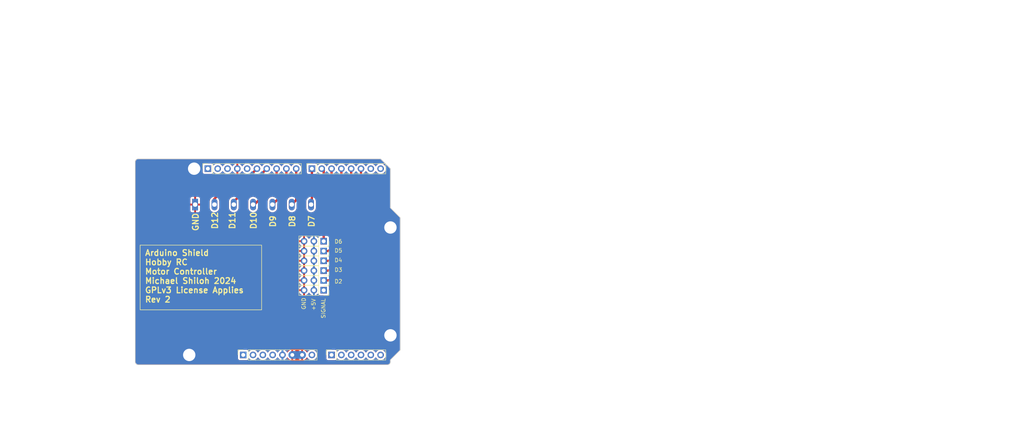
<source format=kicad_pcb>
(kicad_pcb (version 20240108) (generator "pcbnew") (generator_version "8.0")
  (title_block (date "mar. 31 mars 2015"))
  (layers (0 "F.Cu" signal) (31 "B.Cu" signal) (34 "B.Paste" user) (35 "F.Paste" user) (36 "B.SilkS" user "B.Silkscreen") (37 "F.SilkS" user "F.Silkscreen") (38 "B.Mask" user) (39 "F.Mask" user) (44 "Edge.Cuts" user))
  (net 0 "")
  (net 1 "GND")
  (net 2 "+5V")
  (net 3 "/IOREF")
  (net 4 "/SDA{slash}A4")
  (net 5 "/SCL{slash}A5")
  (net 6 "/AREF")
  (net 8 "/4")
  (net 9 "/2")
  (net 10 "/*6")
  (net 11 "/*5")
  (net 12 "/TX{slash}1")
  (net 13 "/*3")
  (net 14 "/RX{slash}0")
  (net 15 "+3V3")
  (net 16 "VCC")
  (net 17 "/~{RESET}")
  (net 21 "Net-(J4-Pin_1)")
  (net 25 "Net-(J2-Pin_6)")
  (net 26 "Net-(J2-Pin_7)")
  (net 27 "Net-(J2-Pin_8)")
  (net 28 "Net-(J2-Pin_9)")
  (net 29 "Net-(J2-Pin_10)")
  (footprint "Connector_PinSocket_2.54mm:PinSocket_1x08_P2.54mm_Vertical" (layer "F.Cu") (at 127.94 97.46 90)
    (property "Reference" "J1" (hide yes))
    (property "Value" "Power")
    (fp_line (start 1.33 -1.33) (end 1.33 0) (stroke (width 0.12)) (layer "F.SilkS"))
    (fp_line (start 0 -1.33) (end 1.33 -1.33) (stroke (width 0.12)) (layer "F.SilkS"))
    (fp_line (start 1.33 1.27) (end 1.33 19.11) (stroke (width 0.12)) (layer "F.SilkS"))
    (fp_line (start -1.33 1.27) (end 1.33 1.27) (stroke (width 0.12)) (layer "F.SilkS"))
    (fp_line (start -1.33 1.27) (end -1.33 19.11) (stroke (width 0.12)) (layer "F.SilkS"))
    (fp_line (start -1.33 19.11) (end 1.33 19.11) (stroke (width 0.12)) (layer "F.SilkS"))
    (pad "1" thru_hole rect (at 0 0 90) (size 1.7 1.7) (drill 1) (layers "*.Cu" "*.Mask"))
    (pad "2" thru_hole oval (at 0 2.54 90) (size 1.7 1.7) (drill 1) (layers "*.Cu" "*.Mask") (net 3 "/IOREF"))
    (pad "3" thru_hole oval (at 0 5.08 90) (size 1.7 1.7) (drill 1) (layers "*.Cu" "*.Mask") (net 17 "/~{RESET}"))
    (pad "4" thru_hole oval (at 0 7.62 90) (size 1.7 1.7) (drill 1) (layers "*.Cu" "*.Mask") (net 15 "+3V3"))
    (pad "5" thru_hole oval (at 0 10.16 90) (size 1.7 1.7) (drill 1) (layers "*.Cu" "*.Mask") (net 2 "+5V"))
    (pad "6" thru_hole oval (at 0 12.7 90) (size 1.7 1.7) (drill 1) (layers "*.Cu" "*.Mask") (net 1 "GND"))
    (pad "7" thru_hole oval (at 0 15.24 90) (size 1.7 1.7) (drill 1) (layers "*.Cu" "*.Mask") (net 1 "GND"))
    (pad "8" thru_hole oval (at 0 17.78 90) (size 1.7 1.7) (drill 1) (layers "*.Cu" "*.Mask") (net 16 "VCC"))
  )
  (footprint "Connector_PinSocket_2.54mm:PinSocket_1x06_P2.54mm_Vertical" (layer "F.Cu") (at 150.8 97.46 90)
    (property "Reference" "J3" (hide yes))
    (property "Value" "Analog")
    (fp_line (start 1.33 -1.33) (end 1.33 0) (stroke (width 0.12)) (layer "F.SilkS"))
    (fp_line (start 0 -1.33) (end 1.33 -1.33) (stroke (width 0.12)) (layer "F.SilkS"))
    (fp_line (start 1.33 1.27) (end 1.33 14.03) (stroke (width 0.12)) (layer "F.SilkS"))
    (fp_line (start -1.33 1.27) (end 1.33 1.27) (stroke (width 0.12)) (layer "F.SilkS"))
    (fp_line (start -1.33 1.27) (end -1.33 14.03) (stroke (width 0.12)) (layer "F.SilkS"))
    (fp_line (start -1.33 14.03) (end 1.33 14.03) (stroke (width 0.12)) (layer "F.SilkS"))
    (pad "1" thru_hole rect (at 0 0 90) (size 1.7 1.7) (drill 1) (layers "*.Cu" "*.Mask"))
    (pad "2" thru_hole oval (at 0 2.54 90) (size 1.7 1.7) (drill 1) (layers "*.Cu" "*.Mask"))
    (pad "3" thru_hole oval (at 0 5.08 90) (size 1.7 1.7) (drill 1) (layers "*.Cu" "*.Mask"))
    (pad "4" thru_hole oval (at 0 7.62 90) (size 1.7 1.7) (drill 1) (layers "*.Cu" "*.Mask"))
    (pad "5" thru_hole oval (at 0 10.16 90) (size 1.7 1.7) (drill 1) (layers "*.Cu" "*.Mask") (net 4 "/SDA{slash}A4"))
    (pad "6" thru_hole oval (at 0 12.7 90) (size 1.7 1.7) (drill 1) (layers "*.Cu" "*.Mask") (net 5 "/SCL{slash}A5"))
  )
  (footprint "Connector_PinSocket_2.54mm:PinSocket_1x10_P2.54mm_Vertical" (layer "F.Cu") (at 118.796 49.2 90)
    (property "Reference" "J2" (hide yes))
    (property "Value" "Digital/PWM")
    (fp_line (start 1.33 -1.33) (end 1.33 0) (stroke (width 0.12)) (layer "F.SilkS"))
    (fp_line (start 0 -1.33) (end 1.33 -1.33) (stroke (width 0.12)) (layer "F.SilkS"))
    (fp_line (start 1.33 1.27) (end 1.33 24.19) (stroke (width 0.12)) (layer "F.SilkS"))
    (fp_line (start -1.33 1.27) (end 1.33 1.27) (stroke (width 0.12)) (layer "F.SilkS"))
    (fp_line (start -1.33 1.27) (end -1.33 24.19) (stroke (width 0.12)) (layer "F.SilkS"))
    (fp_line (start -1.33 24.19) (end 1.33 24.19) (stroke (width 0.12)) (layer "F.SilkS"))
    (pad "1" thru_hole rect (at 0 0 90) (size 1.7 1.7) (drill 1) (layers "*.Cu" "*.Mask"))
    (pad "2" thru_hole oval (at 0 2.54 90) (size 1.7 1.7) (drill 1) (layers "*.Cu" "*.Mask"))
    (pad "3" thru_hole oval (at 0 5.08 90) (size 1.7 1.7) (drill 1) (layers "*.Cu" "*.Mask") (net 6 "/AREF"))
    (pad "4" thru_hole oval (at 0 7.62 90) (size 1.7 1.7) (drill 1) (layers "*.Cu" "*.Mask") (net 1 "GND"))
    (pad "5" thru_hole oval (at 0 10.16 90) (size 1.7 1.7) (drill 1) (layers "*.Cu" "*.Mask"))
    (pad "6" thru_hole oval (at 0 12.7 90) (size 1.7 1.7) (drill 1) (layers "*.Cu" "*.Mask") (net 25 "Net-(J2-Pin_6)"))
    (pad "7" thru_hole oval (at 0 15.24 90) (size 1.7 1.7) (drill 1) (layers "*.Cu" "*.Mask") (net 26 "Net-(J2-Pin_7)"))
    (pad "8" thru_hole oval (at 0 17.78 90) (size 1.7 1.7) (drill 1) (layers "*.Cu" "*.Mask") (net 27 "Net-(J2-Pin_8)"))
    (pad "9" thru_hole oval (at 0 20.32 90) (size 1.7 1.7) (drill 1) (layers "*.Cu" "*.Mask") (net 28 "Net-(J2-Pin_9)"))
    (pad "10" thru_hole oval (at 0 22.86 90) (size 1.7 1.7) (drill 1) (layers "*.Cu" "*.Mask") (net 29 "Net-(J2-Pin_10)"))
  )
  (footprint "Connector_PinSocket_2.54mm:PinSocket_1x08_P2.54mm_Vertical" (layer "F.Cu") (at 145.72 49.2 90)
    (property "Reference" "J4" (hide yes))
    (property "Value" "Digital/PWM")
    (fp_line (start 1.33 -1.33) (end 1.33 0) (stroke (width 0.12)) (layer "F.SilkS"))
    (fp_line (start 0 -1.33) (end 1.33 -1.33) (stroke (width 0.12)) (layer "F.SilkS"))
    (fp_line (start 1.33 1.27) (end 1.33 19.11) (stroke (width 0.12)) (layer "F.SilkS"))
    (fp_line (start -1.33 1.27) (end 1.33 1.27) (stroke (width 0.12)) (layer "F.SilkS"))
    (fp_line (start -1.33 1.27) (end -1.33 19.11) (stroke (width 0.12)) (layer "F.SilkS"))
    (fp_line (start -1.33 19.11) (end 1.33 19.11) (stroke (width 0.12)) (layer "F.SilkS"))
    (pad "1" thru_hole rect (at 0 0 90) (size 1.7 1.7) (drill 1) (layers "*.Cu" "*.Mask") (net 21 "Net-(J4-Pin_1)"))
    (pad "2" thru_hole oval (at 0 2.54 90) (size 1.7 1.7) (drill 1) (layers "*.Cu" "*.Mask") (net 10 "/*6"))
    (pad "3" thru_hole oval (at 0 5.08 90) (size 1.7 1.7) (drill 1) (layers "*.Cu" "*.Mask") (net 11 "/*5"))
    (pad "4" thru_hole oval (at 0 7.62 90) (size 1.7 1.7) (drill 1) (layers "*.Cu" "*.Mask") (net 8 "/4"))
    (pad "5" thru_hole oval (at 0 10.16 90) (size 1.7 1.7) (drill 1) (layers "*.Cu" "*.Mask") (net 13 "/*3"))
    (pad "6" thru_hole oval (at 0 12.7 90) (size 1.7 1.7) (drill 1) (layers "*.Cu" "*.Mask") (net 9 "/2"))
    (pad "7" thru_hole oval (at 0 15.24 90) (size 1.7 1.7) (drill 1) (layers "*.Cu" "*.Mask") (net 12 "/TX{slash}1"))
    (pad "8" thru_hole oval (at 0 17.78 90) (size 1.7 1.7) (drill 1) (layers "*.Cu" "*.Mask") (net 14 "/RX{slash}0"))
  )
  (footprint "TerminalBlock_WAGO:TerminalBlock_WAGO_236-107_1x07_P5.00mm_45Degree" (layer "F.Cu") (at 115.5 58.5)
    (property "Reference" "J6" (hide yes))
    (property "Value" "Conn_01x07_Pin" (hide yes))
    (pad "1" thru_hole rect (at 0 0) (size 1.5 3) (drill 1.15) (layers "*.Cu" "*.Mask") (net 1 "GND"))
    (pad "2" thru_hole oval (at 5 0) (size 1.5 3) (drill 1.15) (layers "*.Cu" "*.Mask") (net 25 "Net-(J2-Pin_6)"))
    (pad "3" thru_hole oval (at 10 0) (size 1.5 3) (drill 1.15) (layers "*.Cu" "*.Mask") (net 26 "Net-(J2-Pin_7)"))
    (pad "4" thru_hole oval (at 15 0) (size 1.5 3) (drill 1.15) (layers "*.Cu" "*.Mask") (net 27 "Net-(J2-Pin_8)"))
    (pad "5" thru_hole oval (at 20 0) (size 1.5 3) (drill 1.15) (layers "*.Cu" "*.Mask") (net 28 "Net-(J2-Pin_9)"))
    (pad "6" thru_hole oval (at 25 0) (size 1.5 3) (drill 1.15) (layers "*.Cu" "*.Mask") (net 29 "Net-(J2-Pin_10)"))
    (pad "7" thru_hole oval (at 30 0) (size 1.5 3) (drill 1.15) (layers "*.Cu" "*.Mask") (net 21 "Net-(J4-Pin_1)"))
  )
  (footprint "Connector_PinSocket_2.54mm:PinSocket_1x03_P2.54mm_Vertical" (layer "F.Cu") (at 148.768 67.996 -90)
    (property "Reference" "J10" (hide yes))
    (property "Value" "Conn_01x03_Socket" (hide yes))
    (fp_line (start -1.33 6.41) (end 1.33 6.41) (stroke (width 0.12)) (layer "F.SilkS"))
    (fp_line (start -1.33 1.27) (end -1.33 6.41) (stroke (width 0.12)) (layer "F.SilkS"))
    (fp_line (start -1.33 1.27) (end 1.33 1.27) (stroke (width 0.12)) (layer "F.SilkS"))
    (fp_line (start 1.33 1.27) (end 1.33 6.41) (stroke (width 0.12)) (layer "F.SilkS"))
    (fp_line (start 0 -1.33) (end 1.33 -1.33) (stroke (width 0.12)) (layer "F.SilkS"))
    (fp_line (start 1.33 -1.33) (end 1.33 0) (stroke (width 0.12)) (layer "F.SilkS"))
    (pad "1" thru_hole rect (at 0 0 270) (size 1.7 1.7) (drill 1) (layers "*.Cu" "*.Mask") (net 10 "/*6"))
    (pad "2" thru_hole oval (at 0 2.54 270) (size 1.7 1.7) (drill 1) (layers "*.Cu" "*.Mask") (net 2 "+5V"))
    (pad "3" thru_hole oval (at 0 5.08 270) (size 1.7 1.7) (drill 1) (layers "*.Cu" "*.Mask") (net 1 "GND"))
  )
  (footprint "Connector_PinSocket_2.54mm:PinSocket_1x03_P2.54mm_Vertical" (layer "F.Cu") (at 148.768 78.156 -90)
    (property "Reference" "J7" (hide yes))
    (property "Value" "Conn_01x03_Socket" (hide yes))
    (fp_line (start -1.33 6.41) (end 1.33 6.41) (stroke (width 0.12)) (layer "F.SilkS"))
    (fp_line (start -1.33 1.27) (end -1.33 6.41) (stroke (width 0.12)) (layer "F.SilkS"))
    (fp_line (start -1.33 1.27) (end 1.33 1.27) (stroke (width 0.12)) (layer "F.SilkS"))
    (fp_line (start 1.33 1.27) (end 1.33 6.41) (stroke (width 0.12)) (layer "F.SilkS"))
    (fp_line (start 0 -1.33) (end 1.33 -1.33) (stroke (width 0.12)) (layer "F.SilkS"))
    (fp_line (start 1.33 -1.33) (end 1.33 0) (stroke (width 0.12)) (layer "F.SilkS"))
    (pad "1" thru_hole rect (at 0 0 270) (size 1.7 1.7) (drill 1) (layers "*.Cu" "*.Mask") (net 9 "/2"))
    (pad "2" thru_hole oval (at 0 2.54 270) (size 1.7 1.7) (drill 1) (layers "*.Cu" "*.Mask") (net 2 "+5V"))
    (pad "3" thru_hole oval (at 0 5.08 270) (size 1.7 1.7) (drill 1) (layers "*.Cu" "*.Mask") (net 1 "GND"))
  )
  (footprint "Connector_PinSocket_2.54mm:PinSocket_1x03_P2.54mm_Vertical" (layer "F.Cu") (at 148.768 70.536 -90)
    (property "Reference" "J9" (hide yes))
    (property "Value" "Conn_01x03_Socket" (hide yes))
    (fp_line (start -1.33 6.41) (end 1.33 6.41) (stroke (width 0.12)) (layer "F.SilkS"))
    (fp_line (start -1.33 1.27) (end -1.33 6.41) (stroke (width 0.12)) (layer "F.SilkS"))
    (fp_line (start -1.33 1.27) (end 1.33 1.27) (stroke (width 0.12)) (layer "F.SilkS"))
    (fp_line (start 1.33 1.27) (end 1.33 6.41) (stroke (width 0.12)) (layer "F.SilkS"))
    (fp_line (start 0 -1.33) (end 1.33 -1.33) (stroke (width 0.12)) (layer "F.SilkS"))
    (fp_line (start 1.33 -1.33) (end 1.33 0) (stroke (width 0.12)) (layer "F.SilkS"))
    (pad "1" thru_hole rect (at 0 0 270) (size 1.7 1.7) (drill 1) (layers "*.Cu" "*.Mask") (net 11 "/*5"))
    (pad "2" thru_hole oval (at 0 2.54 270) (size 1.7 1.7) (drill 1) (layers "*.Cu" "*.Mask") (net 2 "+5V"))
    (pad "3" thru_hole oval (at 0 5.08 270) (size 1.7 1.7) (drill 1) (layers "*.Cu" "*.Mask") (net 1 "GND"))
  )
  (footprint "Connector_PinSocket_2.54mm:PinSocket_1x03_P2.54mm_Vertical" (layer "F.Cu") (at 148.768 75.616 -90)
    (property "Reference" "J5" (hide yes))
    (property "Value" "Conn_01x03_Socket" (hide yes))
    (fp_line (start -1.33 6.41) (end 1.33 6.41) (stroke (width 0.12)) (layer "F.SilkS"))
    (fp_line (start -1.33 1.27) (end -1.33 6.41) (stroke (width 0.12)) (layer "F.SilkS"))
    (fp_line (start -1.33 1.27) (end 1.33 1.27) (stroke (width 0.12)) (layer "F.SilkS"))
    (fp_line (start 1.33 1.27) (end 1.33 6.41) (stroke (width 0.12)) (layer "F.SilkS"))
    (fp_line (start 0 -1.33) (end 1.33 -1.33) (stroke (width 0.12)) (layer "F.SilkS"))
    (fp_line (start 1.33 -1.33) (end 1.33 0) (stroke (width 0.12)) (layer "F.SilkS"))
    (pad "1" thru_hole rect (at 0 0 270) (size 1.7 1.7) (drill 1) (layers "*.Cu" "*.Mask") (net 13 "/*3"))
    (pad "2" thru_hole oval (at 0 2.54 270) (size 1.7 1.7) (drill 1) (layers "*.Cu" "*.Mask") (net 2 "+5V"))
    (pad "3" thru_hole oval (at 0 5.08 270) (size 1.7 1.7) (drill 1) (layers "*.Cu" "*.Mask") (net 1 "GND"))
  )
  (footprint "Arduino_MountingHole:MountingHole_3.2mm" (layer "F.Cu") (at 115.24 49.2)
    (property "Reference" "MH1" (hide yes))
    (property "Value" "MountingHole_3.2mm" (hide yes))
    (pad "" np_thru_hole circle (at 0 0) (size 3.2 3.2) (drill 3.2) (layers "*.Cu" "*.Mask"))
  )
  (footprint "Connector_PinSocket_2.54mm:PinSocket_1x03_P2.54mm_Vertical" (layer "F.Cu") (at 148.768 73.076 -90)
    (property "Reference" "J8" (hide yes))
    (property "Value" "Conn_01x03_Socket" (hide yes))
    (fp_line (start -1.33 6.41) (end 1.33 6.41) (stroke (width 0.12)) (layer "F.SilkS"))
    (fp_line (start -1.33 1.27) (end -1.33 6.41) (stroke (width 0.12)) (layer "F.SilkS"))
    (fp_line (start -1.33 1.27) (end 1.33 1.27) (stroke (width 0.12)) (layer "F.SilkS"))
    (fp_line (start 1.33 1.27) (end 1.33 6.41) (stroke (width 0.12)) (layer "F.SilkS"))
    (fp_line (start 0 -1.33) (end 1.33 -1.33) (stroke (width 0.12)) (layer "F.SilkS"))
    (fp_line (start 1.33 -1.33) (end 1.33 0) (stroke (width 0.12)) (layer "F.SilkS"))
    (pad "1" thru_hole rect (at 0 0 270) (size 1.7 1.7) (drill 1) (layers "*.Cu" "*.Mask") (net 8 "/4"))
    (pad "2" thru_hole oval (at 0 2.54 270) (size 1.7 1.7) (drill 1) (layers "*.Cu" "*.Mask") (net 2 "+5V"))
    (pad "3" thru_hole oval (at 0 5.08 270) (size 1.7 1.7) (drill 1) (layers "*.Cu" "*.Mask") (net 1 "GND"))
  )
  (footprint "Arduino_MountingHole:MountingHole_3.2mm" (layer "F.Cu") (at 113.97 97.46)
    (property "Reference" "MH2" (hide yes))
    (property "Value" "MountingHole_3.2mm" (hide yes))
    (pad "" np_thru_hole circle (at 0 0) (size 3.2 3.2) (drill 3.2) (layers "*.Cu" "*.Mask"))
  )
  (footprint "Arduino_MountingHole:MountingHole_3.2mm" (layer "F.Cu") (at 166.04 64.44)
    (property "Reference" "MH3" (hide yes))
    (property "Value" "MountingHole_3.2mm" (hide yes))
    (pad "" np_thru_hole circle (at 0 0) (size 3.2 3.2) (drill 3.2) (layers "*.Cu" "*.Mask"))
  )
  (footprint "Connector_PinSocket_2.54mm:PinSocket_1x03_P2.54mm_Vertical" (layer "F.Cu") (at 148.768 80.696 -90)
    (property "Reference" "J11" (hide yes))
    (property "Value" "Conn_01x03_Socket" (hide yes))
    (fp_line (start -1.33 6.41) (end 1.33 6.41) (stroke (width 0.12)) (layer "F.SilkS"))
    (fp_line (start -1.33 1.27) (end -1.33 6.41) (stroke (width 0.12)) (layer "F.SilkS"))
    (fp_line (start -1.33 1.27) (end 1.33 1.27) (stroke (width 0.12)) (layer "F.SilkS"))
    (fp_line (start 1.33 1.27) (end 1.33 6.41) (stroke (width 0.12)) (layer "F.SilkS"))
    (fp_line (start 0 -1.33) (end 1.33 -1.33) (stroke (width 0.12)) (layer "F.SilkS"))
    (fp_line (start 1.33 -1.33) (end 1.33 0) (stroke (width 0.12)) (layer "F.SilkS"))
    (pad "1" thru_hole rect (at 0 0 270) (size 1.7 1.7) (drill 1) (layers "*.Cu" "*.Mask"))
    (pad "2" thru_hole oval (at 0 2.54 270) (size 1.7 1.7) (drill 1) (layers "*.Cu" "*.Mask") (net 2 "+5V"))
    (pad "3" thru_hole oval (at 0 5.08 270) (size 1.7 1.7) (drill 1) (layers "*.Cu" "*.Mask") (net 1 "GND"))
  )
  (footprint "Arduino_MountingHole:MountingHole_3.2mm" (layer "F.Cu") (at 166.04 92.38)
    (property "Reference" "MH4" (hide yes))
    (property "Value" "MountingHole_3.2mm" (hide yes))
    (pad "" np_thru_hole circle (at 0 0) (size 3.2 3.2) (drill 3.2) (layers "*.Cu" "*.Mask"))
  )
  (gr_line (start 166.04 59.36) (end 168.58 61.9) (stroke (width 0.15)) (layer "Edge.Cuts"))
  (gr_line (start 100 99.238) (end 100 47.422) (stroke (width 0.15)) (layer "Edge.Cuts"))
  (gr_line (start 168.58 61.9) (end 168.58 96.19) (stroke (width 0.15)) (layer "Edge.Cuts"))
  (gr_line (start 165.278 100) (end 100.762 100) (stroke (width 0.15)) (layer "Edge.Cuts"))
  (gr_line (start 100.762 46.66) (end 163.5 46.66) (stroke (width 0.15)) (layer "Edge.Cuts"))
  (gr_arc (start 100.762 100) (mid 100.223185 99.776815) (end 100 99.238) (stroke (width 0.15)) (layer "Edge.Cuts"))
  (gr_line (start 168.58 96.19) (end 166.04 98.73) (stroke (width 0.15)) (layer "Edge.Cuts"))
  (gr_line (start 163.5 46.66) (end 166.04 49.2) (stroke (width 0.15)) (layer "Edge.Cuts"))
  (gr_arc (start 166.04 99.238) (mid 165.816815 99.776815) (end 165.278 100) (stroke (width 0.15)) (layer "Edge.Cuts"))
  (gr_line (start 166.04 49.2) (end 166.04 59.36) (stroke (width 0.15)) (layer "Edge.Cuts"))
  (gr_line (start 166.04 98.73) (end 166.04 99.238) (stroke (width 0.15)) (layer "Edge.Cuts"))
  (gr_arc (start 100 47.422) (mid 100.223185 46.883185) (end 100.762 46.66) (stroke (width 0.15)) (layer "Edge.Cuts"))
  (gr_text "D4" (at 151.5 73.5 0) (layer "F.SilkS") (effects (font (size 1 1)) (justify left bottom)))
  (gr_text "GND" (at 144.196 85.776 90) (layer "F.SilkS") (effects (font (size 1 1)) (justify left bottom)))
  (gr_text "D5" (at 151.5 71 0) (layer "F.SilkS") (effects (font (size 1 1)) (justify left bottom)))
  (gr_text "D6" (at 151.5 68.661 0) (layer "F.SilkS") (effects (font (size 1 1)) (justify left bottom)))
  (gr_text "D7" (at 146.5 64.5 90) (layer "F.SilkS") (effects (font (size 1.5 1.5) (thickness 0.3) (bold yes)) (justify left bottom)))
  (gr_text "D12" (at 121.5 65 90) (layer "F.SilkS") (effects (font (size 1.5 1.5) (thickness 0.3) (bold yes)) (justify left bottom)))
  (gr_text "D10" (at 131.5 65 90) (layer "F.SilkS") (effects (font (size 1.5 1.5) (thickness 0.3) (bold yes)) (justify left bottom)))
  (gr_text "D8" (at 141.5 64.5 90) (layer "F.SilkS") (effects (font (size 1.5 1.5) (thickness 0.3) (bold yes)) (justify left bottom)))
  (gr_text "SIGNAL" (at 149.276 88.062 90) (layer "F.SilkS") (effects (font (size 1 1)) (justify left bottom)))
  (gr_text "+5V" (at 146.736 86.03 90) (layer "F.SilkS") (effects (font (size 1 1)) (justify left bottom)))
  (gr_text "D3" (at 151.5 76 0) (layer "F.SilkS") (effects (font (size 1 1)) (justify left bottom)))
  (gr_text "GND" (at 116.5 65.5 90) (layer "F.SilkS") (effects (font (size 1.5 1.5) (thickness 0.3) (bold yes)) (justify left bottom)))
  (gr_text "D9" (at 136.5 64.5 90) (layer "F.SilkS") (effects (font (size 1.5 1.5) (thickness 0.3) (bold yes)) (justify left bottom)))
  (gr_text "D2" (at 151.5 79 0) (layer "F.SilkS") (effects (font (size 1 1)) (justify left bottom)))
  (gr_text "D11" (at 126 65 90) (layer "F.SilkS") (effects (font (size 1.5 1.5) (thickness 0.3) (bold yes)) (justify left bottom)))
  (gr_text_box "Arduino Shield\nHobby RC\nMotor Controller \nMichael Shiloh 2024\nGPLv3 License Applies\nRev 2" (start 101.27 69.012) (end 132.702 85.776) (layer "F.SilkS") (effects (font (size 1.5 1.5) (thickness 0.3) (bold yes)) (justify left top)) (border yes) (stroke (width 0.15)))
  (segment (start 143.18 97.46) (end 140.64 97.46) (width 2) (layer "B.Cu") (net 1))
  (segment (start 153.34 70.282) (end 150.546 73.076) (width 0.6) (layer "F.Cu") (net 8))
  (segment (start 153.34 49.2) (end 153.34 70.282) (width 0.6) (layer "F.Cu") (net 8))
  (segment (start 150.546 73.076) (end 148.768 73.076) (width 0.6) (layer "F.Cu") (net 8))
  (segment (start 158.42 49.2) (end 158.42 71.044) (width 0.6) (layer "F.Cu") (net 9))
  (segment (start 158.42 71.044) (end 151.308 78.156) (width 0.6) (layer "F.Cu") (net 9))
  (segment (start 151.308 78.156) (end 148.768 78.156) (width 0.6) (layer "F.Cu") (net 9))
  (segment (start 148.768 67.996) (end 148.768 49.708) (width 0.6) (layer "F.Cu") (net 10))
  (segment (start 148.768 49.708) (end 148.26 49.2) (width 0.6) (layer "F.Cu") (net 10))
  (segment (start 150.8 69.774) (end 150.038 70.536) (width 0.6) (layer "F.Cu") (net 11))
  (segment (start 150.8 49.2) (end 150.8 69.774) (width 0.6) (layer "F.Cu") (net 11))
  (segment (start 150.038 70.536) (end 148.768 70.536) (width 0.6) (layer "F.Cu") (net 11))
  (segment (start 155.88 70.79) (end 151.054 75.616) (width 0.6) (layer "F.Cu") (net 13))
  (segment (start 155.88 49.2) (end 155.88 70.79) (width 0.6) (layer "F.Cu") (net 13))
  (segment (start 151.054 75.616) (end 148.768 75.616) (width 0.6) (layer "F.Cu") (net 13))
  (segment (start 145.72 49.2) (end 145.72 58.28) (width 0.6) (layer "F.Cu") (net 21))
  (segment (start 145.72 58.28) (end 145.5 58.5) (width 0.25) (layer "F.Cu") (net 21))
  (segment (start 125.696 55) (end 122.5 55) (width 0.6) (layer "F.Cu") (net 25))
  (segment (start 122.5 55) (end 120.5 57) (width 0.6) (layer "F.Cu") (net 25))
  (segment (start 131.496 49.2) (end 125.696 55) (width 0.6) (layer "F.Cu") (net 25))
  (segment (start 120.5 57) (end 120.5 58.5) (width 0.6) (layer "F.Cu") (net 25))
  (segment (start 134.036 49.2) (end 125.5 57.736) (width 0.6) (layer "F.Cu") (net 26))
  (segment (start 125.5 57.736) (end 125.5 58.5) (width 0.6) (layer "F.Cu") (net 26))
  (segment (start 136.576 49.2) (end 136.576 52.751) (width 0.6) (layer "F.Cu") (net 27))
  (segment (start 136.576 52.751) (end 130.827 58.5) (width 0.6) (layer "F.Cu") (net 27))
  (segment (start 130.827 58.5) (end 130.5 58.5) (width 0.6) (layer "F.Cu") (net 27))
  (segment (start 139.116 49.2) (end 139.116 54.884) (width 0.6) (layer "F.Cu") (net 28))
  (segment (start 139.116 54.884) (end 135.5 58.5) (width 0.6) (layer "F.Cu") (net 28))
  (segment (start 141.656 49.2) (end 141.656 57.344) (width 0.6) (layer "F.Cu") (net 29))
  (segment (start 141.656 57.344) (end 140.5 58.5) (width 0.6) (layer "F.Cu") (net 29))
  (zone (net 1) (net_name "GND") (layer "F.Cu") (priority 1) (connect_pads (clearance 0.508)) (min_thickness 0.25) (fill yes (thermal_gap 0.5) (thermal_bridge_width 0.5))
    (polygon (pts (xy 330 5.5) (xy 159.5 116) (xy 70.5 118) (xy 65 29)))
  )
  (zone (net 2) (net_name "+5V") (layer "F.Cu") (connect_pads (clearance 0.508)) (min_thickness 0.25) (fill yes (thermal_gap 0.5) (thermal_bridge_width 0.5))
    (polygon (pts (xy 100.254 100) (xy 100.508 46.66) (xy 168.58 46.66) (xy 168.58 100) (xy 100 100) (xy 100.508 46.406)))
  )
  (zone (net 2) (net_name "+5V") (layer "B.Cu") (priority 2) (connect_pads (clearance 0.508)) (min_thickness 0.25) (fill yes (thermal_gap 0.5) (thermal_bridge_width 0.5))
    (polygon (pts (xy 181 41.5) (xy 178.5 106) (xy 90 106.5) (xy 91 36.5) (xy 181.5 41.5)))
  )
)
</source>
